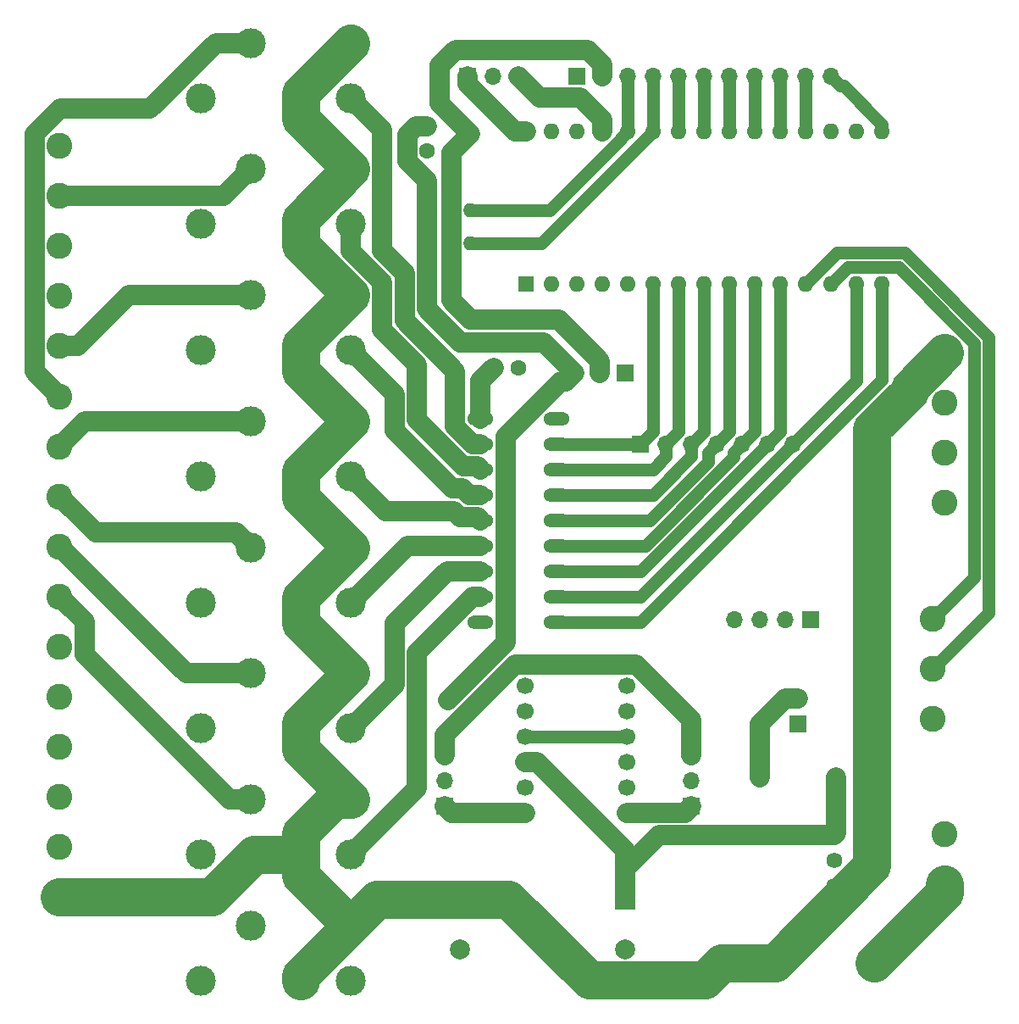
<source format=gbr>
G04 #@! TF.GenerationSoftware,KiCad,Pcbnew,(5.1.2)-2*
G04 #@! TF.CreationDate,2020-03-29T17:12:37-06:00*
G04 #@! TF.ProjectId,RC31,52433331-2e6b-4696-9361-645f70636258,rev?*
G04 #@! TF.SameCoordinates,Original*
G04 #@! TF.FileFunction,Copper,L1,Top*
G04 #@! TF.FilePolarity,Positive*
%FSLAX46Y46*%
G04 Gerber Fmt 4.6, Leading zero omitted, Abs format (unit mm)*
G04 Created by KiCad (PCBNEW (5.1.2)-2) date 2020-03-29 17:12:37*
%MOMM*%
%LPD*%
G04 APERTURE LIST*
%ADD10O,1.700000X1.700000*%
%ADD11R,1.700000X1.700000*%
%ADD12C,1.600000*%
%ADD13C,1.700000*%
%ADD14C,1.590000*%
%ADD15C,2.500000*%
%ADD16C,3.000000*%
%ADD17C,2.600000*%
%ADD18O,2.641600X1.320800*%
%ADD19R,1.600000X1.600000*%
%ADD20O,1.600000X1.600000*%
%ADD21O,1.400000X1.400000*%
%ADD22C,1.400000*%
%ADD23C,1.800000*%
%ADD24R,1.800000X1.800000*%
%ADD25C,2.000000*%
%ADD26R,2.000000X2.000000*%
%ADD27C,0.800000*%
%ADD28C,1.270000*%
%ADD29C,2.032000*%
%ADD30C,3.810000*%
G04 APERTURE END LIST*
D10*
X122682000Y-110236000D03*
X125222000Y-110236000D03*
X127762000Y-110236000D03*
D11*
X130302000Y-110236000D03*
D12*
X98592000Y-85090000D03*
X101092000Y-85090000D03*
D13*
X101694999Y-116840000D03*
X101694999Y-119380000D03*
X101694999Y-121920000D03*
X101694999Y-124460000D03*
X101694999Y-127000000D03*
X101694999Y-129540000D03*
X111854999Y-116840000D03*
X111854999Y-119380000D03*
X111854999Y-121920000D03*
X111854999Y-124460000D03*
X111854999Y-127000000D03*
X111854999Y-129540000D03*
D14*
X132627000Y-131775200D03*
X132627000Y-134315200D03*
X132627000Y-136855200D03*
D15*
X121412000Y-144526000D03*
X136652000Y-144526000D03*
D16*
X74328000Y-65257142D03*
X69328000Y-70757142D03*
X79328000Y-70757142D03*
X84328000Y-70757142D03*
X84328000Y-65257142D03*
X74328000Y-140804000D03*
X69328000Y-146304000D03*
X79328000Y-146304000D03*
X84328000Y-146304000D03*
X84328000Y-140804000D03*
X74328000Y-128212852D03*
X69328000Y-133712852D03*
X79328000Y-133712852D03*
X84328000Y-133712852D03*
X84328000Y-128212852D03*
X74328000Y-115621710D03*
X69328000Y-121121710D03*
X79328000Y-121121710D03*
X84328000Y-121121710D03*
X84328000Y-115621710D03*
X74328000Y-103030568D03*
X69328000Y-108530568D03*
X79328000Y-108530568D03*
X84328000Y-108530568D03*
X84328000Y-103030568D03*
X74328000Y-90439426D03*
X69328000Y-95939426D03*
X79328000Y-95939426D03*
X84328000Y-95939426D03*
X84328000Y-90439426D03*
X74328000Y-77848284D03*
X69328000Y-83348284D03*
X79328000Y-83348284D03*
X84328000Y-83348284D03*
X84328000Y-77848284D03*
X74328000Y-52666000D03*
X69328000Y-58166000D03*
X79328000Y-58166000D03*
X84328000Y-58166000D03*
X84328000Y-52666000D03*
D17*
X55198000Y-137952000D03*
X55198000Y-132952000D03*
X55198000Y-127952000D03*
X55198000Y-122952000D03*
X55198000Y-117952000D03*
X55198000Y-112952000D03*
X55198000Y-107952000D03*
X55198000Y-102952000D03*
X55198000Y-97952000D03*
X55198000Y-92952000D03*
X55198000Y-87952000D03*
X55198000Y-82952000D03*
X55198000Y-77952000D03*
X55198000Y-72952000D03*
X55198000Y-67952000D03*
X55198000Y-62952000D03*
X143684000Y-83592000D03*
X143684000Y-88592000D03*
X143684000Y-93592000D03*
X143684000Y-98592000D03*
X142494001Y-120156999D03*
X142494001Y-115156999D03*
X142494001Y-110156999D03*
X143684000Y-131692000D03*
X143684000Y-136692000D03*
D18*
X97282000Y-110490000D03*
X97282000Y-107950000D03*
X97282000Y-105410000D03*
X97282000Y-102870000D03*
X97282000Y-100330000D03*
X97282000Y-97790000D03*
X97282000Y-95250000D03*
X97282000Y-92710000D03*
X97282000Y-90170000D03*
X104902000Y-90170000D03*
X104902000Y-100330000D03*
X104902000Y-97790000D03*
X104902000Y-102870000D03*
X104902000Y-105410000D03*
X104902000Y-92710000D03*
X104902000Y-95250000D03*
X104902000Y-107950000D03*
X104902000Y-110490000D03*
D10*
X101080000Y-56000000D03*
X98540000Y-56000000D03*
D11*
X96000000Y-56000000D03*
D10*
X106680000Y-85598000D03*
X109220000Y-85598000D03*
D11*
X111760000Y-85598000D03*
D10*
X93726000Y-123838000D03*
X93726000Y-126378000D03*
D11*
X93726000Y-128918000D03*
D10*
X118364000Y-123838000D03*
X118364000Y-126378000D03*
D11*
X118364000Y-128918000D03*
D19*
X101854000Y-76708000D03*
D20*
X134874000Y-61468000D03*
X104394000Y-76708000D03*
X132334000Y-61468000D03*
X106934000Y-76708000D03*
X129794000Y-61468000D03*
X109474000Y-76708000D03*
X127254000Y-61468000D03*
X112014000Y-76708000D03*
X124714000Y-61468000D03*
X114554000Y-76708000D03*
X122174000Y-61468000D03*
X117094000Y-76708000D03*
X119634000Y-61468000D03*
X119634000Y-76708000D03*
X117094000Y-61468000D03*
X122174000Y-76708000D03*
X114554000Y-61468000D03*
X124714000Y-76708000D03*
X112014000Y-61468000D03*
X127254000Y-76708000D03*
X109474000Y-61468000D03*
X129794000Y-76708000D03*
X106934000Y-61468000D03*
X132334000Y-76708000D03*
X104394000Y-61468000D03*
X134874000Y-76708000D03*
X101854000Y-61468000D03*
X137414000Y-76708000D03*
X137414000Y-61468000D03*
D21*
X125222000Y-125984000D03*
D22*
X132842000Y-125984000D03*
D23*
X129032000Y-118110000D03*
D24*
X129032000Y-120650000D03*
D12*
X91948000Y-63460000D03*
X91948000Y-60960000D03*
D25*
X95250000Y-143176000D03*
D26*
X95250000Y-138176000D03*
D25*
X111760000Y-143176000D03*
D26*
X111760000Y-138176000D03*
D10*
X132334000Y-56000000D03*
X129794000Y-56000000D03*
X127254000Y-56000000D03*
X124714000Y-56000000D03*
X122174000Y-56000000D03*
X119634000Y-56000000D03*
X117094000Y-56000000D03*
X114554000Y-56000000D03*
X112014000Y-56000000D03*
X109474000Y-56000000D03*
D11*
X106934000Y-56000000D03*
D10*
X128524000Y-92710000D03*
X125984000Y-92710000D03*
X123444000Y-92710000D03*
X120904000Y-92710000D03*
X118364000Y-92710000D03*
X115824000Y-92710000D03*
D11*
X113284000Y-92710000D03*
D21*
X96266000Y-69342000D03*
D22*
X96266000Y-61722000D03*
D21*
X96266000Y-72644000D03*
D22*
X96266000Y-80264000D03*
D27*
X94006289Y-118337711D03*
D28*
X133536081Y-56896000D02*
X137414000Y-60773919D01*
X137414000Y-60773919D02*
X137414000Y-61468000D01*
X133230000Y-56896000D02*
X132334000Y-56000000D01*
X133536081Y-56896000D02*
X133230000Y-56896000D01*
X137414000Y-77839370D02*
X137414000Y-76708000D01*
X137414000Y-86313802D02*
X137414000Y-77839370D01*
X104902000Y-110490000D02*
X113237802Y-110490000D01*
X113237802Y-110490000D02*
X137414000Y-86313802D01*
D29*
X100722630Y-61468000D02*
X101854000Y-61468000D01*
X96000000Y-56745370D02*
X100722630Y-61468000D01*
X96000000Y-56000000D02*
X96000000Y-56745370D01*
D28*
X113284000Y-107950000D02*
X104902000Y-107950000D01*
X128524000Y-92710000D02*
X113284000Y-107950000D01*
X134874000Y-86360000D02*
X128524000Y-92710000D01*
X134874000Y-76708000D02*
X134874000Y-86360000D01*
X101694999Y-121920000D02*
X111854999Y-121920000D01*
X133969001Y-75072999D02*
X133133999Y-75908001D01*
X133133999Y-75908001D02*
X132334000Y-76708000D01*
X139039958Y-75072999D02*
X133969001Y-75072999D01*
X146611989Y-82645030D02*
X139039958Y-75072999D01*
X146611989Y-106039011D02*
X146611989Y-82645030D01*
X142494001Y-110156999D02*
X146611989Y-106039011D01*
X142494001Y-115156999D02*
X148082000Y-109569000D01*
X130593999Y-75908001D02*
X129794000Y-76708000D01*
X132899012Y-73602988D02*
X130593999Y-75908001D01*
X139648855Y-73602988D02*
X132899012Y-73602988D01*
X148082000Y-82036133D02*
X139648855Y-73602988D01*
X148082000Y-109569000D02*
X148082000Y-82036133D01*
X127254000Y-91440000D02*
X125984000Y-92710000D01*
X127254000Y-76708000D02*
X127254000Y-91440000D01*
X113284000Y-105410000D02*
X104902000Y-105410000D01*
X125984000Y-92710000D02*
X113284000Y-105410000D01*
X124714000Y-91440000D02*
X123444000Y-92710000D01*
X124714000Y-76708000D02*
X124714000Y-91440000D01*
X107492800Y-102870000D02*
X104902000Y-102870000D01*
X122594001Y-93559999D02*
X122594001Y-94021091D01*
X123444000Y-92710000D02*
X122594001Y-93559999D01*
X122594001Y-94021091D02*
X113745092Y-102870000D01*
X113745092Y-102870000D02*
X107492800Y-102870000D01*
X114206184Y-100330000D02*
X107492800Y-100330000D01*
X107492800Y-100330000D02*
X104902000Y-100330000D01*
X120054001Y-94482183D02*
X114206184Y-100330000D01*
X120054001Y-93559999D02*
X120054001Y-94482183D01*
X120904000Y-92710000D02*
X120054001Y-93559999D01*
X122174000Y-91440000D02*
X120904000Y-92710000D01*
X122174000Y-76708000D02*
X122174000Y-91440000D01*
X117094000Y-56000000D02*
X117094000Y-61468000D01*
X107492800Y-97790000D02*
X104902000Y-97790000D01*
X114486081Y-97790000D02*
X107492800Y-97790000D01*
X118364000Y-93912081D02*
X114486081Y-97790000D01*
X118364000Y-92710000D02*
X118364000Y-93912081D01*
X119634000Y-91440000D02*
X118364000Y-92710000D01*
X119634000Y-76708000D02*
X119634000Y-91440000D01*
X119634000Y-61468000D02*
X119634000Y-56000000D01*
X107492800Y-95250000D02*
X104902000Y-95250000D01*
X114486081Y-95250000D02*
X107492800Y-95250000D01*
X115824000Y-93912081D02*
X114486081Y-95250000D01*
X115824000Y-92710000D02*
X115824000Y-93912081D01*
X117094000Y-91440000D02*
X115824000Y-92710000D01*
X117094000Y-76708000D02*
X117094000Y-91440000D01*
X122174000Y-56000000D02*
X122174000Y-61468000D01*
X113284000Y-92710000D02*
X104902000Y-92710000D01*
X114554000Y-91440000D02*
X113284000Y-92710000D01*
X114554000Y-76708000D02*
X114554000Y-91440000D01*
X124714000Y-61468000D02*
X124714000Y-56000000D01*
X127254000Y-56000000D02*
X127254000Y-61468000D01*
X129794000Y-61468000D02*
X129794000Y-56000000D01*
D29*
X96507956Y-107950000D02*
X97282000Y-107950000D01*
X90932000Y-127108852D02*
X90932000Y-113525956D01*
X84328000Y-133712852D02*
X90932000Y-127108852D01*
X90932000Y-113525956D02*
X96507956Y-107950000D01*
X88699989Y-110639211D02*
X93929200Y-105410000D01*
X93929200Y-105410000D02*
X97282000Y-105410000D01*
X88699989Y-116749721D02*
X88699989Y-110639211D01*
X84328000Y-121121710D02*
X88699989Y-116749721D01*
X89988568Y-102870000D02*
X97282000Y-102870000D01*
X84328000Y-108530568D02*
X89988568Y-102870000D01*
X96974010Y-100022010D02*
X97282000Y-100330000D01*
X95196012Y-100022010D02*
X96974010Y-100022010D01*
X94580034Y-99406032D02*
X95196012Y-100022010D01*
X87794606Y-99406032D02*
X94580034Y-99406032D01*
X84328000Y-95939426D02*
X87794606Y-99406032D01*
X94488561Y-97174021D02*
X95504562Y-97174022D01*
X96120540Y-97790000D02*
X97282000Y-97790000D01*
X88677949Y-91363409D02*
X94488561Y-97174021D01*
X88677949Y-87698233D02*
X88677949Y-91363409D01*
X95504562Y-97174022D02*
X96120540Y-97790000D01*
X84328000Y-83348284D02*
X88677949Y-87698233D01*
X87449010Y-76555520D02*
X87449010Y-81316090D01*
X87449010Y-81316090D02*
X90909960Y-84777040D01*
X90909960Y-84777040D02*
X90909960Y-90268542D01*
X90909960Y-90268542D02*
X95583427Y-94942011D01*
X96974011Y-94942011D02*
X97282000Y-95250000D01*
X95583427Y-94942011D02*
X96974011Y-94942011D01*
X84328000Y-73434510D02*
X87449010Y-76555520D01*
X84328000Y-70757142D02*
X84328000Y-73434510D01*
X96507956Y-92710000D02*
X97282000Y-92710000D01*
X94745190Y-90947234D02*
X96507956Y-92710000D01*
X94745190Y-85455730D02*
X94745190Y-90947234D01*
X89681019Y-80391559D02*
X94745190Y-85455730D01*
X89681019Y-75630991D02*
X89681019Y-80391559D01*
X87449009Y-73398979D02*
X89681019Y-75630991D01*
X87449009Y-61287009D02*
X87449009Y-73398979D01*
X84328000Y-58166000D02*
X87449009Y-61287009D01*
D30*
X79328000Y-145804000D02*
X79328000Y-146304000D01*
X84328000Y-140804000D02*
X79328000Y-145804000D01*
X79328000Y-135804000D02*
X79328000Y-133712852D01*
X84328000Y-140804000D02*
X79328000Y-135804000D01*
X79328000Y-123212852D02*
X79328000Y-121121710D01*
X84328000Y-128212852D02*
X79328000Y-123212852D01*
X79328000Y-120621710D02*
X84328000Y-115621710D01*
X79328000Y-121121710D02*
X79328000Y-120621710D01*
X79328000Y-110621710D02*
X79328000Y-108530568D01*
X84328000Y-115621710D02*
X79328000Y-110621710D01*
X79328000Y-108030568D02*
X84328000Y-103030568D01*
X79328000Y-108530568D02*
X79328000Y-108030568D01*
X79328000Y-98030568D02*
X79328000Y-95939426D01*
X84328000Y-103030568D02*
X79328000Y-98030568D01*
X79328000Y-95439426D02*
X84328000Y-90439426D01*
X79328000Y-95939426D02*
X79328000Y-95439426D01*
X79328000Y-85439426D02*
X79328000Y-83348284D01*
X84328000Y-90439426D02*
X79328000Y-85439426D01*
X79328000Y-82848284D02*
X84328000Y-77848284D01*
X79328000Y-83348284D02*
X79328000Y-82848284D01*
X79328000Y-72848284D02*
X79328000Y-70757142D01*
X84328000Y-77848284D02*
X79328000Y-72848284D01*
X79328000Y-70257142D02*
X84328000Y-65257142D01*
X79328000Y-70757142D02*
X79328000Y-70257142D01*
X79328000Y-60257142D02*
X79328000Y-58166000D01*
X84328000Y-65257142D02*
X79328000Y-60257142D01*
X79328000Y-57666000D02*
X84328000Y-52666000D01*
X79328000Y-58166000D02*
X79328000Y-57666000D01*
X57036477Y-137952000D02*
X55198000Y-137952000D01*
X70424254Y-137952000D02*
X57036477Y-137952000D01*
X74663402Y-133712852D02*
X70424254Y-137952000D01*
X79328000Y-133712852D02*
X74663402Y-133712852D01*
X86956000Y-138176000D02*
X84328000Y-140804000D01*
X95250000Y-138176000D02*
X86956000Y-138176000D01*
X100060000Y-138176000D02*
X95250000Y-138176000D01*
X108165001Y-146281001D02*
X100060000Y-138176000D01*
X119656999Y-146281001D02*
X108165001Y-146281001D01*
X121412000Y-144526000D02*
X119656999Y-146281001D01*
X82706680Y-128212852D02*
X84328000Y-128212852D01*
X79328000Y-133712852D02*
X79328000Y-131591532D01*
X79328000Y-131591532D02*
X82706680Y-128212852D01*
X143684000Y-83592000D02*
X140154011Y-87121989D01*
X126708202Y-144526000D02*
X123179766Y-144526000D01*
X123179766Y-144526000D02*
X121412000Y-144526000D01*
X136398000Y-134836202D02*
X126708202Y-144526000D01*
X136398000Y-91204762D02*
X136398000Y-134836202D01*
X140154011Y-87121989D02*
X140154011Y-87448751D01*
X140154011Y-87448751D02*
X136398000Y-91204762D01*
D29*
X97282000Y-86400000D02*
X98592000Y-85090000D01*
X97282000Y-90170000D02*
X97282000Y-86400000D01*
D30*
X143684000Y-137494000D02*
X136652000Y-144526000D01*
X143684000Y-136692000D02*
X143684000Y-137494000D01*
D29*
X102897080Y-124460000D02*
X101694999Y-124460000D01*
X111760000Y-133322920D02*
X102897080Y-124460000D01*
X111760000Y-138176000D02*
X111760000Y-133322920D01*
X132842000Y-131560200D02*
X132627000Y-131775200D01*
X132842000Y-125984000D02*
X132842000Y-131560200D01*
X111760000Y-135144000D02*
X111760000Y-138176000D01*
X115128800Y-131775200D02*
X111760000Y-135144000D01*
X132627000Y-131775200D02*
X115128800Y-131775200D01*
X94406288Y-117937712D02*
X94006289Y-118337711D01*
X99818810Y-112525190D02*
X94406288Y-117937712D01*
X99818810Y-91939146D02*
X99818810Y-112525190D01*
X105309957Y-86447999D02*
X99818810Y-91939146D01*
X106680000Y-85598000D02*
X105830001Y-86447999D01*
X105830001Y-86447999D02*
X105309957Y-86447999D01*
X106680000Y-85598000D02*
X103632000Y-82550000D01*
X103632000Y-82550000D02*
X95250000Y-82550000D01*
X90816630Y-60960000D02*
X91948000Y-60960000D01*
X89931999Y-61844631D02*
X90816630Y-60960000D01*
X89931999Y-64427681D02*
X89931999Y-61844631D01*
X91913030Y-66408712D02*
X89931999Y-64427681D01*
X91913030Y-79213027D02*
X91913030Y-66408712D01*
X95250000Y-82550000D02*
X91913030Y-79213027D01*
X125222000Y-124994051D02*
X125222000Y-125984000D01*
X125222000Y-120647208D02*
X125222000Y-124994051D01*
X127759208Y-118110000D02*
X125222000Y-120647208D01*
X129032000Y-118110000D02*
X127759208Y-118110000D01*
D28*
X114554000Y-61468000D02*
X114554000Y-56000000D01*
X103378000Y-72644000D02*
X114554000Y-61468000D01*
X96266000Y-72644000D02*
X103378000Y-72644000D01*
X112014000Y-56000000D02*
X112014000Y-61468000D01*
X111325010Y-62234713D02*
X111325010Y-62156990D01*
X104217723Y-69342000D02*
X111325010Y-62234713D01*
X96266000Y-69342000D02*
X104217723Y-69342000D01*
X111325010Y-62156990D02*
X112014000Y-61468000D01*
D29*
X109474000Y-60336630D02*
X109474000Y-61468000D01*
X107203371Y-58066001D02*
X109474000Y-60336630D01*
X103146001Y-58066001D02*
X107203371Y-58066001D01*
X101080000Y-56000000D02*
X103146001Y-58066001D01*
X118364000Y-120291319D02*
X118364000Y-122635919D01*
X118364000Y-122635919D02*
X118364000Y-123838000D01*
X112846680Y-114773999D02*
X118364000Y-120291319D01*
X100726541Y-114773999D02*
X112846680Y-114773999D01*
X93726000Y-121774540D02*
X100726541Y-114773999D01*
X93726000Y-123838000D02*
X93726000Y-121774540D01*
X117742000Y-129540000D02*
X118364000Y-128918000D01*
X111854999Y-129540000D02*
X117742000Y-129540000D01*
X93218000Y-54893198D02*
X94771198Y-53340000D01*
X93218000Y-58674000D02*
X93218000Y-54893198D01*
X96266000Y-61722000D02*
X93218000Y-58674000D01*
X109474000Y-54797919D02*
X109474000Y-56000000D01*
X108016081Y-53340000D02*
X109474000Y-54797919D01*
X94771198Y-53340000D02*
X108016081Y-53340000D01*
X97255949Y-80264000D02*
X96266000Y-80264000D01*
X105088081Y-80264000D02*
X97255949Y-80264000D01*
X109220000Y-84395919D02*
X105088081Y-80264000D01*
X109220000Y-85598000D02*
X109220000Y-84395919D01*
X95566001Y-62421999D02*
X96266000Y-61722000D01*
X94349999Y-63638001D02*
X95566001Y-62421999D01*
X94349999Y-78347999D02*
X94349999Y-63638001D01*
X96266000Y-80264000D02*
X94349999Y-78347999D01*
X94348000Y-129540000D02*
X101694999Y-129540000D01*
X93726000Y-128918000D02*
X94348000Y-129540000D01*
X56497999Y-109251999D02*
X55198000Y-107952000D01*
X57714001Y-110468001D02*
X56497999Y-109251999D01*
X57714001Y-113720173D02*
X57714001Y-110468001D01*
X72206680Y-128212852D02*
X57714001Y-113720173D01*
X74328000Y-128212852D02*
X72206680Y-128212852D01*
X67867710Y-115621710D02*
X55198000Y-102952000D01*
X74328000Y-115621710D02*
X67867710Y-115621710D01*
X56497999Y-99251999D02*
X55198000Y-97952000D01*
X58776569Y-101530569D02*
X56497999Y-99251999D01*
X72828001Y-101530569D02*
X58776569Y-101530569D01*
X74328000Y-103030568D02*
X72828001Y-101530569D01*
X57710574Y-90439426D02*
X55198000Y-92952000D01*
X74328000Y-90439426D02*
X57710574Y-90439426D01*
X72206680Y-52666000D02*
X74328000Y-52666000D01*
X70808318Y-52666000D02*
X72206680Y-52666000D01*
X64258608Y-59215710D02*
X70808318Y-52666000D01*
X55210608Y-59215710D02*
X64258608Y-59215710D01*
X52681999Y-61744319D02*
X55210608Y-59215710D01*
X52681999Y-85435999D02*
X52681999Y-61744319D01*
X55198000Y-87952000D02*
X52681999Y-85435999D01*
X72206680Y-77848284D02*
X74328000Y-77848284D01*
X62140193Y-77848284D02*
X72206680Y-77848284D01*
X57036477Y-82952000D02*
X62140193Y-77848284D01*
X55198000Y-82952000D02*
X57036477Y-82952000D01*
X71633142Y-67952000D02*
X74328000Y-65257142D01*
X55198000Y-67952000D02*
X71633142Y-67952000D01*
M02*

</source>
